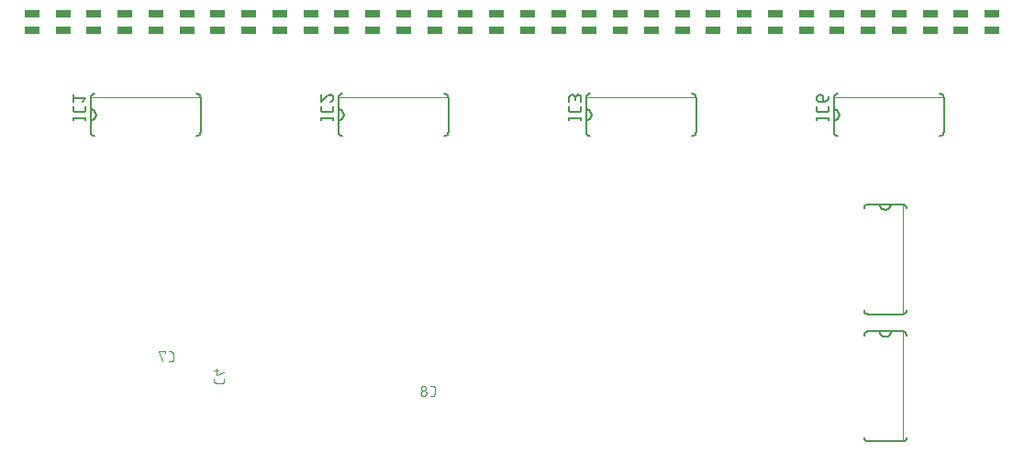
<source format=gbr>
G04 EAGLE Gerber RS-274X export*
G75*
%MOMM*%
%FSLAX34Y34*%
%LPD*%
%INSilkscreen Bottom*%
%IPPOS*%
%AMOC8*
5,1,8,0,0,1.08239X$1,22.5*%
G01*
%ADD10C,0.076200*%
%ADD11C,0.152400*%
%ADD12C,0.050800*%
%ADD13C,0.127000*%
%ADD14R,1.400000X0.650000*%


D10*
X193281Y99333D02*
X193281Y97244D01*
X193283Y97155D01*
X193289Y97067D01*
X193298Y96979D01*
X193311Y96891D01*
X193328Y96804D01*
X193348Y96718D01*
X193373Y96633D01*
X193400Y96548D01*
X193432Y96465D01*
X193466Y96384D01*
X193505Y96304D01*
X193546Y96226D01*
X193591Y96149D01*
X193639Y96075D01*
X193690Y96002D01*
X193744Y95932D01*
X193802Y95865D01*
X193862Y95799D01*
X193924Y95737D01*
X193990Y95677D01*
X194057Y95619D01*
X194127Y95565D01*
X194200Y95514D01*
X194274Y95466D01*
X194351Y95421D01*
X194429Y95380D01*
X194509Y95341D01*
X194590Y95307D01*
X194673Y95275D01*
X194758Y95248D01*
X194843Y95223D01*
X194929Y95203D01*
X195016Y95186D01*
X195104Y95173D01*
X195192Y95164D01*
X195280Y95158D01*
X195369Y95156D01*
X200591Y95156D01*
X200682Y95158D01*
X200773Y95164D01*
X200864Y95174D01*
X200954Y95188D01*
X201043Y95205D01*
X201131Y95227D01*
X201219Y95253D01*
X201305Y95282D01*
X201390Y95315D01*
X201473Y95352D01*
X201555Y95392D01*
X201635Y95436D01*
X201713Y95483D01*
X201789Y95534D01*
X201862Y95587D01*
X201933Y95644D01*
X202002Y95705D01*
X202067Y95768D01*
X202130Y95833D01*
X202190Y95902D01*
X202248Y95973D01*
X202301Y96046D01*
X202352Y96122D01*
X202399Y96200D01*
X202443Y96280D01*
X202483Y96362D01*
X202520Y96445D01*
X202553Y96530D01*
X202582Y96616D01*
X202608Y96704D01*
X202630Y96792D01*
X202647Y96881D01*
X202661Y96971D01*
X202671Y97062D01*
X202677Y97153D01*
X202679Y97244D01*
X202679Y99333D01*
X202679Y104890D02*
X195369Y102802D01*
X195369Y108023D01*
X193281Y106456D02*
X197458Y106456D01*
X153559Y114821D02*
X151471Y114821D01*
X153559Y114821D02*
X153648Y114823D01*
X153736Y114829D01*
X153824Y114838D01*
X153912Y114851D01*
X153999Y114868D01*
X154085Y114888D01*
X154170Y114913D01*
X154255Y114940D01*
X154338Y114972D01*
X154419Y115006D01*
X154499Y115045D01*
X154577Y115086D01*
X154654Y115131D01*
X154728Y115179D01*
X154801Y115230D01*
X154871Y115284D01*
X154938Y115342D01*
X155004Y115402D01*
X155066Y115464D01*
X155126Y115530D01*
X155184Y115597D01*
X155238Y115667D01*
X155289Y115740D01*
X155337Y115814D01*
X155382Y115891D01*
X155423Y115969D01*
X155462Y116049D01*
X155496Y116130D01*
X155528Y116213D01*
X155555Y116298D01*
X155580Y116383D01*
X155600Y116469D01*
X155617Y116556D01*
X155630Y116644D01*
X155639Y116732D01*
X155645Y116820D01*
X155647Y116909D01*
X155648Y116909D02*
X155648Y122131D01*
X155647Y122131D02*
X155645Y122220D01*
X155639Y122308D01*
X155630Y122396D01*
X155617Y122484D01*
X155600Y122571D01*
X155580Y122657D01*
X155555Y122742D01*
X155528Y122827D01*
X155496Y122910D01*
X155462Y122991D01*
X155423Y123071D01*
X155382Y123149D01*
X155337Y123226D01*
X155289Y123300D01*
X155238Y123373D01*
X155184Y123443D01*
X155126Y123510D01*
X155066Y123576D01*
X155004Y123638D01*
X154938Y123698D01*
X154871Y123756D01*
X154801Y123810D01*
X154728Y123861D01*
X154654Y123909D01*
X154577Y123954D01*
X154499Y123995D01*
X154419Y124034D01*
X154338Y124068D01*
X154255Y124100D01*
X154170Y124127D01*
X154085Y124152D01*
X153999Y124172D01*
X153912Y124189D01*
X153824Y124202D01*
X153736Y124211D01*
X153648Y124217D01*
X153559Y124219D01*
X151471Y124219D01*
X148002Y124219D02*
X148002Y123175D01*
X148002Y124219D02*
X142781Y124219D01*
X145392Y114821D01*
X392771Y83071D02*
X394859Y83071D01*
X394948Y83073D01*
X395036Y83079D01*
X395124Y83088D01*
X395212Y83101D01*
X395299Y83118D01*
X395385Y83138D01*
X395470Y83163D01*
X395555Y83190D01*
X395638Y83222D01*
X395719Y83256D01*
X395799Y83295D01*
X395877Y83336D01*
X395954Y83381D01*
X396028Y83429D01*
X396101Y83480D01*
X396171Y83534D01*
X396238Y83592D01*
X396304Y83652D01*
X396366Y83714D01*
X396426Y83780D01*
X396484Y83847D01*
X396538Y83917D01*
X396589Y83990D01*
X396637Y84064D01*
X396682Y84141D01*
X396723Y84219D01*
X396762Y84299D01*
X396796Y84380D01*
X396828Y84463D01*
X396855Y84548D01*
X396880Y84633D01*
X396900Y84719D01*
X396917Y84806D01*
X396930Y84894D01*
X396939Y84982D01*
X396945Y85070D01*
X396947Y85159D01*
X396948Y85159D02*
X396948Y90381D01*
X396947Y90381D02*
X396945Y90470D01*
X396939Y90558D01*
X396930Y90646D01*
X396917Y90734D01*
X396900Y90821D01*
X396880Y90907D01*
X396855Y90992D01*
X396828Y91077D01*
X396796Y91160D01*
X396762Y91241D01*
X396723Y91321D01*
X396682Y91399D01*
X396637Y91476D01*
X396589Y91550D01*
X396538Y91623D01*
X396484Y91693D01*
X396426Y91760D01*
X396366Y91826D01*
X396304Y91888D01*
X396238Y91948D01*
X396171Y92006D01*
X396101Y92060D01*
X396028Y92111D01*
X395954Y92159D01*
X395877Y92204D01*
X395799Y92245D01*
X395719Y92284D01*
X395638Y92318D01*
X395555Y92350D01*
X395470Y92377D01*
X395385Y92402D01*
X395299Y92422D01*
X395212Y92439D01*
X395124Y92452D01*
X395036Y92461D01*
X394948Y92467D01*
X394859Y92469D01*
X392771Y92469D01*
X389303Y85682D02*
X389301Y85783D01*
X389295Y85884D01*
X389285Y85985D01*
X389272Y86085D01*
X389254Y86185D01*
X389233Y86284D01*
X389207Y86382D01*
X389178Y86479D01*
X389146Y86575D01*
X389109Y86669D01*
X389069Y86762D01*
X389025Y86854D01*
X388978Y86943D01*
X388927Y87031D01*
X388873Y87117D01*
X388816Y87200D01*
X388756Y87282D01*
X388692Y87360D01*
X388626Y87437D01*
X388556Y87510D01*
X388484Y87581D01*
X388409Y87649D01*
X388331Y87714D01*
X388251Y87776D01*
X388169Y87835D01*
X388084Y87891D01*
X387998Y87943D01*
X387909Y87992D01*
X387818Y88038D01*
X387726Y88079D01*
X387632Y88118D01*
X387537Y88152D01*
X387441Y88183D01*
X387343Y88210D01*
X387245Y88234D01*
X387145Y88253D01*
X387045Y88269D01*
X386945Y88281D01*
X386844Y88289D01*
X386743Y88293D01*
X386641Y88293D01*
X386540Y88289D01*
X386439Y88281D01*
X386339Y88269D01*
X386239Y88253D01*
X386139Y88234D01*
X386041Y88210D01*
X385943Y88183D01*
X385847Y88152D01*
X385752Y88118D01*
X385658Y88079D01*
X385566Y88038D01*
X385475Y87992D01*
X385387Y87943D01*
X385300Y87891D01*
X385215Y87835D01*
X385133Y87776D01*
X385053Y87714D01*
X384975Y87649D01*
X384900Y87581D01*
X384828Y87510D01*
X384758Y87437D01*
X384692Y87360D01*
X384628Y87282D01*
X384568Y87200D01*
X384511Y87117D01*
X384457Y87031D01*
X384406Y86943D01*
X384359Y86854D01*
X384315Y86762D01*
X384275Y86669D01*
X384238Y86575D01*
X384206Y86479D01*
X384177Y86382D01*
X384151Y86284D01*
X384130Y86185D01*
X384112Y86085D01*
X384099Y85985D01*
X384089Y85884D01*
X384083Y85783D01*
X384081Y85682D01*
X384083Y85581D01*
X384089Y85480D01*
X384099Y85379D01*
X384112Y85279D01*
X384130Y85179D01*
X384151Y85080D01*
X384177Y84982D01*
X384206Y84885D01*
X384238Y84789D01*
X384275Y84695D01*
X384315Y84602D01*
X384359Y84510D01*
X384406Y84421D01*
X384457Y84333D01*
X384511Y84247D01*
X384568Y84164D01*
X384628Y84082D01*
X384692Y84004D01*
X384758Y83927D01*
X384828Y83854D01*
X384900Y83783D01*
X384975Y83715D01*
X385053Y83650D01*
X385133Y83588D01*
X385215Y83529D01*
X385300Y83473D01*
X385387Y83421D01*
X385475Y83372D01*
X385566Y83326D01*
X385658Y83285D01*
X385752Y83246D01*
X385847Y83212D01*
X385943Y83181D01*
X386041Y83154D01*
X386139Y83130D01*
X386239Y83111D01*
X386339Y83095D01*
X386439Y83083D01*
X386540Y83075D01*
X386641Y83071D01*
X386743Y83071D01*
X386844Y83075D01*
X386945Y83083D01*
X387045Y83095D01*
X387145Y83111D01*
X387245Y83130D01*
X387343Y83154D01*
X387441Y83181D01*
X387537Y83212D01*
X387632Y83246D01*
X387726Y83285D01*
X387818Y83326D01*
X387909Y83372D01*
X387997Y83421D01*
X388084Y83473D01*
X388169Y83529D01*
X388251Y83588D01*
X388331Y83650D01*
X388409Y83715D01*
X388484Y83783D01*
X388556Y83854D01*
X388626Y83927D01*
X388692Y84004D01*
X388756Y84082D01*
X388816Y84164D01*
X388873Y84247D01*
X388927Y84333D01*
X388978Y84421D01*
X389025Y84510D01*
X389069Y84602D01*
X389109Y84695D01*
X389146Y84789D01*
X389178Y84885D01*
X389207Y84982D01*
X389233Y85080D01*
X389254Y85179D01*
X389272Y85279D01*
X389285Y85379D01*
X389295Y85480D01*
X389301Y85581D01*
X389303Y85682D01*
X388780Y90381D02*
X388778Y90471D01*
X388772Y90560D01*
X388763Y90650D01*
X388749Y90739D01*
X388732Y90827D01*
X388711Y90914D01*
X388686Y91001D01*
X388657Y91086D01*
X388625Y91170D01*
X388590Y91252D01*
X388550Y91333D01*
X388508Y91412D01*
X388462Y91489D01*
X388412Y91564D01*
X388360Y91637D01*
X388304Y91708D01*
X388246Y91776D01*
X388184Y91841D01*
X388120Y91904D01*
X388053Y91964D01*
X387984Y92021D01*
X387912Y92075D01*
X387838Y92126D01*
X387762Y92174D01*
X387684Y92218D01*
X387604Y92259D01*
X387522Y92297D01*
X387439Y92331D01*
X387354Y92361D01*
X387268Y92388D01*
X387182Y92411D01*
X387094Y92430D01*
X387005Y92445D01*
X386916Y92457D01*
X386827Y92465D01*
X386737Y92469D01*
X386647Y92469D01*
X386557Y92465D01*
X386468Y92457D01*
X386379Y92445D01*
X386290Y92430D01*
X386202Y92411D01*
X386116Y92388D01*
X386030Y92361D01*
X385945Y92331D01*
X385862Y92297D01*
X385780Y92259D01*
X385700Y92218D01*
X385622Y92174D01*
X385546Y92126D01*
X385472Y92075D01*
X385400Y92021D01*
X385331Y91964D01*
X385264Y91904D01*
X385200Y91841D01*
X385138Y91776D01*
X385080Y91708D01*
X385024Y91637D01*
X384972Y91564D01*
X384922Y91489D01*
X384876Y91412D01*
X384834Y91333D01*
X384794Y91252D01*
X384759Y91170D01*
X384727Y91086D01*
X384698Y91001D01*
X384673Y90914D01*
X384652Y90827D01*
X384635Y90739D01*
X384621Y90650D01*
X384612Y90560D01*
X384606Y90471D01*
X384604Y90381D01*
X384606Y90291D01*
X384612Y90202D01*
X384621Y90112D01*
X384635Y90023D01*
X384652Y89935D01*
X384673Y89848D01*
X384698Y89761D01*
X384727Y89676D01*
X384759Y89592D01*
X384794Y89510D01*
X384834Y89429D01*
X384876Y89350D01*
X384922Y89273D01*
X384972Y89198D01*
X385024Y89125D01*
X385080Y89054D01*
X385138Y88986D01*
X385200Y88921D01*
X385264Y88858D01*
X385331Y88798D01*
X385400Y88741D01*
X385472Y88687D01*
X385546Y88636D01*
X385622Y88588D01*
X385700Y88544D01*
X385780Y88503D01*
X385862Y88465D01*
X385945Y88431D01*
X386030Y88401D01*
X386116Y88374D01*
X386202Y88351D01*
X386290Y88332D01*
X386379Y88317D01*
X386468Y88305D01*
X386557Y88297D01*
X386647Y88293D01*
X386737Y88293D01*
X386827Y88297D01*
X386916Y88305D01*
X387005Y88317D01*
X387094Y88332D01*
X387182Y88351D01*
X387268Y88374D01*
X387354Y88401D01*
X387439Y88431D01*
X387522Y88465D01*
X387604Y88503D01*
X387684Y88544D01*
X387762Y88588D01*
X387838Y88636D01*
X387912Y88687D01*
X387984Y88741D01*
X388053Y88798D01*
X388120Y88858D01*
X388184Y88921D01*
X388246Y88986D01*
X388304Y89054D01*
X388360Y89125D01*
X388412Y89198D01*
X388462Y89273D01*
X388508Y89350D01*
X388550Y89429D01*
X388590Y89510D01*
X388625Y89592D01*
X388657Y89676D01*
X388686Y89761D01*
X388711Y89848D01*
X388732Y89935D01*
X388749Y90023D01*
X388763Y90112D01*
X388772Y90202D01*
X388778Y90291D01*
X388780Y90381D01*
D11*
X180975Y358648D02*
X180973Y358770D01*
X180967Y358892D01*
X180957Y359014D01*
X180944Y359135D01*
X180926Y359256D01*
X180905Y359376D01*
X180879Y359496D01*
X180850Y359614D01*
X180818Y359732D01*
X180781Y359849D01*
X180741Y359964D01*
X180697Y360078D01*
X180649Y360190D01*
X180598Y360301D01*
X180543Y360410D01*
X180485Y360518D01*
X180423Y360623D01*
X180358Y360726D01*
X180290Y360828D01*
X180218Y360927D01*
X180144Y361023D01*
X180066Y361118D01*
X179985Y361209D01*
X179902Y361299D01*
X179816Y361385D01*
X179726Y361468D01*
X179635Y361549D01*
X179540Y361627D01*
X179444Y361701D01*
X179345Y361773D01*
X179243Y361841D01*
X179140Y361906D01*
X179035Y361968D01*
X178927Y362026D01*
X178818Y362081D01*
X178707Y362132D01*
X178595Y362180D01*
X178481Y362224D01*
X178366Y362264D01*
X178249Y362301D01*
X178131Y362333D01*
X178013Y362362D01*
X177893Y362388D01*
X177773Y362409D01*
X177652Y362427D01*
X177531Y362440D01*
X177409Y362450D01*
X177287Y362456D01*
X177165Y362458D01*
X83185Y323342D02*
X83063Y323344D01*
X82941Y323350D01*
X82819Y323360D01*
X82698Y323373D01*
X82577Y323391D01*
X82457Y323412D01*
X82337Y323438D01*
X82219Y323467D01*
X82101Y323499D01*
X81984Y323536D01*
X81869Y323576D01*
X81755Y323620D01*
X81643Y323668D01*
X81532Y323719D01*
X81423Y323774D01*
X81315Y323832D01*
X81210Y323894D01*
X81107Y323959D01*
X81005Y324027D01*
X80906Y324099D01*
X80810Y324173D01*
X80715Y324251D01*
X80624Y324332D01*
X80534Y324415D01*
X80448Y324501D01*
X80365Y324591D01*
X80284Y324682D01*
X80206Y324777D01*
X80132Y324873D01*
X80060Y324972D01*
X79992Y325074D01*
X79927Y325177D01*
X79865Y325282D01*
X79807Y325390D01*
X79752Y325499D01*
X79701Y325610D01*
X79653Y325722D01*
X79609Y325836D01*
X79569Y325951D01*
X79532Y326068D01*
X79500Y326186D01*
X79471Y326304D01*
X79445Y326424D01*
X79424Y326544D01*
X79406Y326665D01*
X79393Y326786D01*
X79383Y326908D01*
X79377Y327030D01*
X79375Y327152D01*
X177165Y323342D02*
X177287Y323344D01*
X177409Y323350D01*
X177531Y323360D01*
X177652Y323373D01*
X177773Y323391D01*
X177893Y323412D01*
X178013Y323438D01*
X178131Y323467D01*
X178249Y323499D01*
X178366Y323536D01*
X178481Y323576D01*
X178595Y323620D01*
X178707Y323668D01*
X178818Y323719D01*
X178927Y323774D01*
X179035Y323832D01*
X179140Y323894D01*
X179243Y323959D01*
X179345Y324027D01*
X179444Y324099D01*
X179540Y324173D01*
X179635Y324251D01*
X179726Y324332D01*
X179816Y324415D01*
X179902Y324501D01*
X179985Y324591D01*
X180066Y324682D01*
X180144Y324777D01*
X180218Y324873D01*
X180290Y324972D01*
X180358Y325074D01*
X180423Y325177D01*
X180485Y325282D01*
X180543Y325390D01*
X180598Y325499D01*
X180649Y325610D01*
X180697Y325722D01*
X180741Y325836D01*
X180781Y325951D01*
X180818Y326068D01*
X180850Y326186D01*
X180879Y326304D01*
X180905Y326424D01*
X180926Y326544D01*
X180944Y326665D01*
X180957Y326786D01*
X180967Y326908D01*
X180973Y327030D01*
X180975Y327152D01*
X83185Y362458D02*
X83063Y362456D01*
X82941Y362450D01*
X82819Y362440D01*
X82698Y362427D01*
X82577Y362409D01*
X82457Y362388D01*
X82337Y362362D01*
X82219Y362333D01*
X82101Y362301D01*
X81984Y362264D01*
X81869Y362224D01*
X81755Y362180D01*
X81643Y362132D01*
X81532Y362081D01*
X81423Y362026D01*
X81315Y361968D01*
X81210Y361906D01*
X81107Y361841D01*
X81005Y361773D01*
X80906Y361701D01*
X80810Y361627D01*
X80715Y361549D01*
X80624Y361468D01*
X80534Y361385D01*
X80448Y361299D01*
X80365Y361209D01*
X80284Y361118D01*
X80206Y361023D01*
X80132Y360927D01*
X80060Y360828D01*
X79992Y360726D01*
X79927Y360623D01*
X79865Y360518D01*
X79807Y360410D01*
X79752Y360301D01*
X79701Y360190D01*
X79653Y360078D01*
X79609Y359964D01*
X79569Y359849D01*
X79532Y359732D01*
X79500Y359614D01*
X79471Y359496D01*
X79445Y359376D01*
X79424Y359256D01*
X79406Y359135D01*
X79393Y359014D01*
X79383Y358892D01*
X79377Y358770D01*
X79375Y358648D01*
X180975Y358648D02*
X180975Y327152D01*
X79375Y327152D02*
X79375Y337820D01*
X79375Y347980D01*
X79375Y358648D01*
X79375Y347980D02*
X79516Y347978D01*
X79657Y347972D01*
X79798Y347962D01*
X79939Y347949D01*
X80079Y347931D01*
X80218Y347909D01*
X80357Y347884D01*
X80496Y347855D01*
X80633Y347822D01*
X80769Y347785D01*
X80904Y347744D01*
X81039Y347700D01*
X81171Y347652D01*
X81303Y347600D01*
X81433Y347545D01*
X81561Y347486D01*
X81688Y347423D01*
X81812Y347357D01*
X81935Y347288D01*
X82056Y347215D01*
X82175Y347139D01*
X82292Y347059D01*
X82406Y346976D01*
X82519Y346891D01*
X82628Y346802D01*
X82736Y346710D01*
X82840Y346615D01*
X82942Y346517D01*
X83041Y346416D01*
X83138Y346313D01*
X83231Y346207D01*
X83321Y346099D01*
X83409Y345988D01*
X83493Y345875D01*
X83574Y345759D01*
X83652Y345641D01*
X83727Y345521D01*
X83798Y345399D01*
X83866Y345275D01*
X83930Y345149D01*
X83991Y345022D01*
X84048Y344893D01*
X84101Y344762D01*
X84151Y344630D01*
X84198Y344497D01*
X84240Y344362D01*
X84279Y344226D01*
X84314Y344089D01*
X84345Y343952D01*
X84372Y343813D01*
X84396Y343674D01*
X84415Y343534D01*
X84431Y343394D01*
X84443Y343253D01*
X84451Y343112D01*
X84455Y342971D01*
X84455Y342829D01*
X84451Y342688D01*
X84443Y342547D01*
X84431Y342406D01*
X84415Y342266D01*
X84396Y342126D01*
X84372Y341987D01*
X84345Y341848D01*
X84314Y341711D01*
X84279Y341574D01*
X84240Y341438D01*
X84198Y341303D01*
X84151Y341170D01*
X84101Y341038D01*
X84048Y340907D01*
X83991Y340778D01*
X83930Y340651D01*
X83866Y340525D01*
X83798Y340401D01*
X83727Y340279D01*
X83652Y340159D01*
X83574Y340041D01*
X83493Y339925D01*
X83409Y339812D01*
X83321Y339701D01*
X83231Y339593D01*
X83138Y339487D01*
X83041Y339384D01*
X82942Y339283D01*
X82840Y339185D01*
X82736Y339090D01*
X82628Y338998D01*
X82519Y338909D01*
X82406Y338824D01*
X82292Y338741D01*
X82175Y338661D01*
X82056Y338585D01*
X81935Y338512D01*
X81812Y338443D01*
X81688Y338377D01*
X81561Y338314D01*
X81433Y338255D01*
X81303Y338200D01*
X81171Y338148D01*
X81039Y338100D01*
X80904Y338056D01*
X80769Y338015D01*
X80633Y337978D01*
X80496Y337945D01*
X80357Y337916D01*
X80218Y337891D01*
X80079Y337869D01*
X79939Y337851D01*
X79798Y337838D01*
X79657Y337828D01*
X79516Y337822D01*
X79375Y337820D01*
D12*
X79375Y358902D02*
X180975Y358902D01*
D13*
X74930Y339471D02*
X63500Y339471D01*
X63500Y338201D02*
X63500Y340741D01*
X74930Y340741D02*
X74930Y338201D01*
X63500Y347943D02*
X63500Y350483D01*
X63500Y347943D02*
X63502Y347843D01*
X63508Y347744D01*
X63518Y347644D01*
X63531Y347546D01*
X63549Y347447D01*
X63570Y347350D01*
X63595Y347254D01*
X63624Y347158D01*
X63657Y347064D01*
X63693Y346971D01*
X63733Y346880D01*
X63777Y346790D01*
X63824Y346702D01*
X63874Y346616D01*
X63928Y346532D01*
X63985Y346450D01*
X64045Y346371D01*
X64109Y346293D01*
X64175Y346219D01*
X64244Y346147D01*
X64316Y346078D01*
X64390Y346012D01*
X64468Y345948D01*
X64547Y345888D01*
X64629Y345831D01*
X64713Y345777D01*
X64799Y345727D01*
X64887Y345680D01*
X64977Y345636D01*
X65068Y345596D01*
X65161Y345560D01*
X65255Y345527D01*
X65351Y345498D01*
X65447Y345473D01*
X65544Y345452D01*
X65643Y345434D01*
X65741Y345421D01*
X65841Y345411D01*
X65940Y345405D01*
X66040Y345403D01*
X72390Y345403D01*
X72490Y345405D01*
X72589Y345411D01*
X72689Y345421D01*
X72787Y345434D01*
X72886Y345452D01*
X72983Y345473D01*
X73079Y345498D01*
X73175Y345527D01*
X73269Y345560D01*
X73362Y345596D01*
X73453Y345636D01*
X73543Y345680D01*
X73631Y345727D01*
X73717Y345777D01*
X73801Y345831D01*
X73883Y345888D01*
X73962Y345948D01*
X74040Y346012D01*
X74114Y346078D01*
X74186Y346147D01*
X74255Y346219D01*
X74321Y346293D01*
X74385Y346371D01*
X74445Y346450D01*
X74502Y346532D01*
X74556Y346616D01*
X74606Y346702D01*
X74653Y346790D01*
X74697Y346880D01*
X74737Y346971D01*
X74773Y347064D01*
X74806Y347158D01*
X74835Y347254D01*
X74860Y347350D01*
X74881Y347447D01*
X74899Y347546D01*
X74912Y347644D01*
X74922Y347744D01*
X74928Y347843D01*
X74930Y347943D01*
X74930Y350483D01*
X72390Y354965D02*
X74930Y358140D01*
X63500Y358140D01*
X63500Y354965D02*
X63500Y361315D01*
D11*
X405765Y362458D02*
X405887Y362456D01*
X406009Y362450D01*
X406131Y362440D01*
X406252Y362427D01*
X406373Y362409D01*
X406493Y362388D01*
X406613Y362362D01*
X406731Y362333D01*
X406849Y362301D01*
X406966Y362264D01*
X407081Y362224D01*
X407195Y362180D01*
X407307Y362132D01*
X407418Y362081D01*
X407527Y362026D01*
X407635Y361968D01*
X407740Y361906D01*
X407843Y361841D01*
X407945Y361773D01*
X408044Y361701D01*
X408140Y361627D01*
X408235Y361549D01*
X408326Y361468D01*
X408416Y361385D01*
X408502Y361299D01*
X408585Y361209D01*
X408666Y361118D01*
X408744Y361023D01*
X408818Y360927D01*
X408890Y360828D01*
X408958Y360726D01*
X409023Y360623D01*
X409085Y360518D01*
X409143Y360410D01*
X409198Y360301D01*
X409249Y360190D01*
X409297Y360078D01*
X409341Y359964D01*
X409381Y359849D01*
X409418Y359732D01*
X409450Y359614D01*
X409479Y359496D01*
X409505Y359376D01*
X409526Y359256D01*
X409544Y359135D01*
X409557Y359014D01*
X409567Y358892D01*
X409573Y358770D01*
X409575Y358648D01*
X311785Y323342D02*
X311663Y323344D01*
X311541Y323350D01*
X311419Y323360D01*
X311298Y323373D01*
X311177Y323391D01*
X311057Y323412D01*
X310937Y323438D01*
X310819Y323467D01*
X310701Y323499D01*
X310584Y323536D01*
X310469Y323576D01*
X310355Y323620D01*
X310243Y323668D01*
X310132Y323719D01*
X310023Y323774D01*
X309915Y323832D01*
X309810Y323894D01*
X309707Y323959D01*
X309605Y324027D01*
X309506Y324099D01*
X309410Y324173D01*
X309315Y324251D01*
X309224Y324332D01*
X309134Y324415D01*
X309048Y324501D01*
X308965Y324591D01*
X308884Y324682D01*
X308806Y324777D01*
X308732Y324873D01*
X308660Y324972D01*
X308592Y325074D01*
X308527Y325177D01*
X308465Y325282D01*
X308407Y325390D01*
X308352Y325499D01*
X308301Y325610D01*
X308253Y325722D01*
X308209Y325836D01*
X308169Y325951D01*
X308132Y326068D01*
X308100Y326186D01*
X308071Y326304D01*
X308045Y326424D01*
X308024Y326544D01*
X308006Y326665D01*
X307993Y326786D01*
X307983Y326908D01*
X307977Y327030D01*
X307975Y327152D01*
X405765Y323342D02*
X405887Y323344D01*
X406009Y323350D01*
X406131Y323360D01*
X406252Y323373D01*
X406373Y323391D01*
X406493Y323412D01*
X406613Y323438D01*
X406731Y323467D01*
X406849Y323499D01*
X406966Y323536D01*
X407081Y323576D01*
X407195Y323620D01*
X407307Y323668D01*
X407418Y323719D01*
X407527Y323774D01*
X407635Y323832D01*
X407740Y323894D01*
X407843Y323959D01*
X407945Y324027D01*
X408044Y324099D01*
X408140Y324173D01*
X408235Y324251D01*
X408326Y324332D01*
X408416Y324415D01*
X408502Y324501D01*
X408585Y324591D01*
X408666Y324682D01*
X408744Y324777D01*
X408818Y324873D01*
X408890Y324972D01*
X408958Y325074D01*
X409023Y325177D01*
X409085Y325282D01*
X409143Y325390D01*
X409198Y325499D01*
X409249Y325610D01*
X409297Y325722D01*
X409341Y325836D01*
X409381Y325951D01*
X409418Y326068D01*
X409450Y326186D01*
X409479Y326304D01*
X409505Y326424D01*
X409526Y326544D01*
X409544Y326665D01*
X409557Y326786D01*
X409567Y326908D01*
X409573Y327030D01*
X409575Y327152D01*
X311785Y362458D02*
X311663Y362456D01*
X311541Y362450D01*
X311419Y362440D01*
X311298Y362427D01*
X311177Y362409D01*
X311057Y362388D01*
X310937Y362362D01*
X310819Y362333D01*
X310701Y362301D01*
X310584Y362264D01*
X310469Y362224D01*
X310355Y362180D01*
X310243Y362132D01*
X310132Y362081D01*
X310023Y362026D01*
X309915Y361968D01*
X309810Y361906D01*
X309707Y361841D01*
X309605Y361773D01*
X309506Y361701D01*
X309410Y361627D01*
X309315Y361549D01*
X309224Y361468D01*
X309134Y361385D01*
X309048Y361299D01*
X308965Y361209D01*
X308884Y361118D01*
X308806Y361023D01*
X308732Y360927D01*
X308660Y360828D01*
X308592Y360726D01*
X308527Y360623D01*
X308465Y360518D01*
X308407Y360410D01*
X308352Y360301D01*
X308301Y360190D01*
X308253Y360078D01*
X308209Y359964D01*
X308169Y359849D01*
X308132Y359732D01*
X308100Y359614D01*
X308071Y359496D01*
X308045Y359376D01*
X308024Y359256D01*
X308006Y359135D01*
X307993Y359014D01*
X307983Y358892D01*
X307977Y358770D01*
X307975Y358648D01*
X409575Y358648D02*
X409575Y327152D01*
X307975Y327152D02*
X307975Y337820D01*
X307975Y347980D01*
X307975Y358648D01*
X307975Y347980D02*
X308116Y347978D01*
X308257Y347972D01*
X308398Y347962D01*
X308539Y347949D01*
X308679Y347931D01*
X308818Y347909D01*
X308957Y347884D01*
X309096Y347855D01*
X309233Y347822D01*
X309369Y347785D01*
X309504Y347744D01*
X309639Y347700D01*
X309771Y347652D01*
X309903Y347600D01*
X310033Y347545D01*
X310161Y347486D01*
X310288Y347423D01*
X310412Y347357D01*
X310535Y347288D01*
X310656Y347215D01*
X310775Y347139D01*
X310892Y347059D01*
X311006Y346976D01*
X311119Y346891D01*
X311228Y346802D01*
X311336Y346710D01*
X311440Y346615D01*
X311542Y346517D01*
X311641Y346416D01*
X311738Y346313D01*
X311831Y346207D01*
X311921Y346099D01*
X312009Y345988D01*
X312093Y345875D01*
X312174Y345759D01*
X312252Y345641D01*
X312327Y345521D01*
X312398Y345399D01*
X312466Y345275D01*
X312530Y345149D01*
X312591Y345022D01*
X312648Y344893D01*
X312701Y344762D01*
X312751Y344630D01*
X312798Y344497D01*
X312840Y344362D01*
X312879Y344226D01*
X312914Y344089D01*
X312945Y343952D01*
X312972Y343813D01*
X312996Y343674D01*
X313015Y343534D01*
X313031Y343394D01*
X313043Y343253D01*
X313051Y343112D01*
X313055Y342971D01*
X313055Y342829D01*
X313051Y342688D01*
X313043Y342547D01*
X313031Y342406D01*
X313015Y342266D01*
X312996Y342126D01*
X312972Y341987D01*
X312945Y341848D01*
X312914Y341711D01*
X312879Y341574D01*
X312840Y341438D01*
X312798Y341303D01*
X312751Y341170D01*
X312701Y341038D01*
X312648Y340907D01*
X312591Y340778D01*
X312530Y340651D01*
X312466Y340525D01*
X312398Y340401D01*
X312327Y340279D01*
X312252Y340159D01*
X312174Y340041D01*
X312093Y339925D01*
X312009Y339812D01*
X311921Y339701D01*
X311831Y339593D01*
X311738Y339487D01*
X311641Y339384D01*
X311542Y339283D01*
X311440Y339185D01*
X311336Y339090D01*
X311228Y338998D01*
X311119Y338909D01*
X311006Y338824D01*
X310892Y338741D01*
X310775Y338661D01*
X310656Y338585D01*
X310535Y338512D01*
X310412Y338443D01*
X310288Y338377D01*
X310161Y338314D01*
X310033Y338255D01*
X309903Y338200D01*
X309771Y338148D01*
X309639Y338100D01*
X309504Y338056D01*
X309369Y338015D01*
X309233Y337978D01*
X309096Y337945D01*
X308957Y337916D01*
X308818Y337891D01*
X308679Y337869D01*
X308539Y337851D01*
X308398Y337838D01*
X308257Y337828D01*
X308116Y337822D01*
X307975Y337820D01*
D12*
X307975Y358902D02*
X409575Y358902D01*
D13*
X303530Y339471D02*
X292100Y339471D01*
X292100Y338201D02*
X292100Y340741D01*
X303530Y340741D02*
X303530Y338201D01*
X292100Y347943D02*
X292100Y350483D01*
X292100Y347943D02*
X292102Y347843D01*
X292108Y347744D01*
X292118Y347644D01*
X292131Y347546D01*
X292149Y347447D01*
X292170Y347350D01*
X292195Y347254D01*
X292224Y347158D01*
X292257Y347064D01*
X292293Y346971D01*
X292333Y346880D01*
X292377Y346790D01*
X292424Y346702D01*
X292474Y346616D01*
X292528Y346532D01*
X292585Y346450D01*
X292645Y346371D01*
X292709Y346293D01*
X292775Y346219D01*
X292844Y346147D01*
X292916Y346078D01*
X292990Y346012D01*
X293068Y345948D01*
X293147Y345888D01*
X293229Y345831D01*
X293313Y345777D01*
X293399Y345727D01*
X293487Y345680D01*
X293577Y345636D01*
X293668Y345596D01*
X293761Y345560D01*
X293855Y345527D01*
X293951Y345498D01*
X294047Y345473D01*
X294144Y345452D01*
X294243Y345434D01*
X294341Y345421D01*
X294441Y345411D01*
X294540Y345405D01*
X294640Y345403D01*
X300990Y345403D01*
X301090Y345405D01*
X301189Y345411D01*
X301289Y345421D01*
X301387Y345434D01*
X301486Y345452D01*
X301583Y345473D01*
X301679Y345498D01*
X301775Y345527D01*
X301869Y345560D01*
X301962Y345596D01*
X302053Y345636D01*
X302143Y345680D01*
X302231Y345727D01*
X302317Y345777D01*
X302401Y345831D01*
X302483Y345888D01*
X302562Y345948D01*
X302640Y346012D01*
X302714Y346078D01*
X302786Y346147D01*
X302855Y346219D01*
X302921Y346293D01*
X302985Y346371D01*
X303045Y346450D01*
X303102Y346532D01*
X303156Y346616D01*
X303206Y346702D01*
X303253Y346790D01*
X303297Y346880D01*
X303337Y346971D01*
X303373Y347064D01*
X303406Y347158D01*
X303435Y347254D01*
X303460Y347350D01*
X303481Y347447D01*
X303499Y347546D01*
X303512Y347644D01*
X303522Y347744D01*
X303528Y347843D01*
X303530Y347943D01*
X303530Y350483D01*
X303531Y358458D02*
X303529Y358562D01*
X303523Y358667D01*
X303514Y358771D01*
X303501Y358874D01*
X303483Y358977D01*
X303463Y359079D01*
X303438Y359181D01*
X303410Y359281D01*
X303378Y359381D01*
X303342Y359479D01*
X303303Y359576D01*
X303261Y359671D01*
X303215Y359765D01*
X303165Y359857D01*
X303113Y359947D01*
X303057Y360035D01*
X302997Y360121D01*
X302935Y360205D01*
X302870Y360286D01*
X302802Y360365D01*
X302730Y360442D01*
X302657Y360515D01*
X302580Y360587D01*
X302501Y360655D01*
X302420Y360720D01*
X302336Y360782D01*
X302250Y360842D01*
X302162Y360898D01*
X302072Y360950D01*
X301980Y361000D01*
X301886Y361046D01*
X301791Y361088D01*
X301694Y361127D01*
X301596Y361163D01*
X301496Y361195D01*
X301396Y361223D01*
X301294Y361248D01*
X301192Y361268D01*
X301089Y361286D01*
X300986Y361299D01*
X300882Y361308D01*
X300777Y361314D01*
X300673Y361316D01*
X303530Y358458D02*
X303528Y358340D01*
X303522Y358221D01*
X303513Y358103D01*
X303500Y357986D01*
X303482Y357869D01*
X303462Y357752D01*
X303437Y357636D01*
X303409Y357521D01*
X303376Y357408D01*
X303341Y357295D01*
X303301Y357183D01*
X303259Y357073D01*
X303212Y356964D01*
X303162Y356856D01*
X303109Y356751D01*
X303052Y356647D01*
X302992Y356545D01*
X302929Y356445D01*
X302862Y356347D01*
X302793Y356251D01*
X302720Y356158D01*
X302644Y356067D01*
X302566Y355978D01*
X302484Y355892D01*
X302400Y355809D01*
X302314Y355728D01*
X302224Y355651D01*
X302133Y355576D01*
X302039Y355504D01*
X301942Y355435D01*
X301844Y355370D01*
X301743Y355307D01*
X301640Y355248D01*
X301536Y355192D01*
X301430Y355140D01*
X301322Y355091D01*
X301213Y355046D01*
X301102Y355004D01*
X300990Y354966D01*
X298451Y360363D02*
X298526Y360439D01*
X298605Y360514D01*
X298686Y360585D01*
X298770Y360654D01*
X298856Y360719D01*
X298944Y360781D01*
X299034Y360841D01*
X299126Y360897D01*
X299221Y360950D01*
X299317Y360999D01*
X299415Y361045D01*
X299514Y361088D01*
X299615Y361127D01*
X299717Y361162D01*
X299820Y361194D01*
X299924Y361222D01*
X300029Y361247D01*
X300136Y361268D01*
X300242Y361285D01*
X300349Y361298D01*
X300457Y361307D01*
X300565Y361313D01*
X300673Y361315D01*
X298450Y360363D02*
X292100Y354965D01*
X292100Y361315D01*
D11*
X634365Y362458D02*
X634487Y362456D01*
X634609Y362450D01*
X634731Y362440D01*
X634852Y362427D01*
X634973Y362409D01*
X635093Y362388D01*
X635213Y362362D01*
X635331Y362333D01*
X635449Y362301D01*
X635566Y362264D01*
X635681Y362224D01*
X635795Y362180D01*
X635907Y362132D01*
X636018Y362081D01*
X636127Y362026D01*
X636235Y361968D01*
X636340Y361906D01*
X636443Y361841D01*
X636545Y361773D01*
X636644Y361701D01*
X636740Y361627D01*
X636835Y361549D01*
X636926Y361468D01*
X637016Y361385D01*
X637102Y361299D01*
X637185Y361209D01*
X637266Y361118D01*
X637344Y361023D01*
X637418Y360927D01*
X637490Y360828D01*
X637558Y360726D01*
X637623Y360623D01*
X637685Y360518D01*
X637743Y360410D01*
X637798Y360301D01*
X637849Y360190D01*
X637897Y360078D01*
X637941Y359964D01*
X637981Y359849D01*
X638018Y359732D01*
X638050Y359614D01*
X638079Y359496D01*
X638105Y359376D01*
X638126Y359256D01*
X638144Y359135D01*
X638157Y359014D01*
X638167Y358892D01*
X638173Y358770D01*
X638175Y358648D01*
X540385Y323342D02*
X540263Y323344D01*
X540141Y323350D01*
X540019Y323360D01*
X539898Y323373D01*
X539777Y323391D01*
X539657Y323412D01*
X539537Y323438D01*
X539419Y323467D01*
X539301Y323499D01*
X539184Y323536D01*
X539069Y323576D01*
X538955Y323620D01*
X538843Y323668D01*
X538732Y323719D01*
X538623Y323774D01*
X538515Y323832D01*
X538410Y323894D01*
X538307Y323959D01*
X538205Y324027D01*
X538106Y324099D01*
X538010Y324173D01*
X537915Y324251D01*
X537824Y324332D01*
X537734Y324415D01*
X537648Y324501D01*
X537565Y324591D01*
X537484Y324682D01*
X537406Y324777D01*
X537332Y324873D01*
X537260Y324972D01*
X537192Y325074D01*
X537127Y325177D01*
X537065Y325282D01*
X537007Y325390D01*
X536952Y325499D01*
X536901Y325610D01*
X536853Y325722D01*
X536809Y325836D01*
X536769Y325951D01*
X536732Y326068D01*
X536700Y326186D01*
X536671Y326304D01*
X536645Y326424D01*
X536624Y326544D01*
X536606Y326665D01*
X536593Y326786D01*
X536583Y326908D01*
X536577Y327030D01*
X536575Y327152D01*
X634365Y323342D02*
X634487Y323344D01*
X634609Y323350D01*
X634731Y323360D01*
X634852Y323373D01*
X634973Y323391D01*
X635093Y323412D01*
X635213Y323438D01*
X635331Y323467D01*
X635449Y323499D01*
X635566Y323536D01*
X635681Y323576D01*
X635795Y323620D01*
X635907Y323668D01*
X636018Y323719D01*
X636127Y323774D01*
X636235Y323832D01*
X636340Y323894D01*
X636443Y323959D01*
X636545Y324027D01*
X636644Y324099D01*
X636740Y324173D01*
X636835Y324251D01*
X636926Y324332D01*
X637016Y324415D01*
X637102Y324501D01*
X637185Y324591D01*
X637266Y324682D01*
X637344Y324777D01*
X637418Y324873D01*
X637490Y324972D01*
X637558Y325074D01*
X637623Y325177D01*
X637685Y325282D01*
X637743Y325390D01*
X637798Y325499D01*
X637849Y325610D01*
X637897Y325722D01*
X637941Y325836D01*
X637981Y325951D01*
X638018Y326068D01*
X638050Y326186D01*
X638079Y326304D01*
X638105Y326424D01*
X638126Y326544D01*
X638144Y326665D01*
X638157Y326786D01*
X638167Y326908D01*
X638173Y327030D01*
X638175Y327152D01*
X540385Y362458D02*
X540263Y362456D01*
X540141Y362450D01*
X540019Y362440D01*
X539898Y362427D01*
X539777Y362409D01*
X539657Y362388D01*
X539537Y362362D01*
X539419Y362333D01*
X539301Y362301D01*
X539184Y362264D01*
X539069Y362224D01*
X538955Y362180D01*
X538843Y362132D01*
X538732Y362081D01*
X538623Y362026D01*
X538515Y361968D01*
X538410Y361906D01*
X538307Y361841D01*
X538205Y361773D01*
X538106Y361701D01*
X538010Y361627D01*
X537915Y361549D01*
X537824Y361468D01*
X537734Y361385D01*
X537648Y361299D01*
X537565Y361209D01*
X537484Y361118D01*
X537406Y361023D01*
X537332Y360927D01*
X537260Y360828D01*
X537192Y360726D01*
X537127Y360623D01*
X537065Y360518D01*
X537007Y360410D01*
X536952Y360301D01*
X536901Y360190D01*
X536853Y360078D01*
X536809Y359964D01*
X536769Y359849D01*
X536732Y359732D01*
X536700Y359614D01*
X536671Y359496D01*
X536645Y359376D01*
X536624Y359256D01*
X536606Y359135D01*
X536593Y359014D01*
X536583Y358892D01*
X536577Y358770D01*
X536575Y358648D01*
X638175Y358648D02*
X638175Y327152D01*
X536575Y327152D02*
X536575Y337820D01*
X536575Y347980D01*
X536575Y358648D01*
X536575Y347980D02*
X536716Y347978D01*
X536857Y347972D01*
X536998Y347962D01*
X537139Y347949D01*
X537279Y347931D01*
X537418Y347909D01*
X537557Y347884D01*
X537696Y347855D01*
X537833Y347822D01*
X537969Y347785D01*
X538104Y347744D01*
X538239Y347700D01*
X538371Y347652D01*
X538503Y347600D01*
X538633Y347545D01*
X538761Y347486D01*
X538888Y347423D01*
X539012Y347357D01*
X539135Y347288D01*
X539256Y347215D01*
X539375Y347139D01*
X539492Y347059D01*
X539606Y346976D01*
X539719Y346891D01*
X539828Y346802D01*
X539936Y346710D01*
X540040Y346615D01*
X540142Y346517D01*
X540241Y346416D01*
X540338Y346313D01*
X540431Y346207D01*
X540521Y346099D01*
X540609Y345988D01*
X540693Y345875D01*
X540774Y345759D01*
X540852Y345641D01*
X540927Y345521D01*
X540998Y345399D01*
X541066Y345275D01*
X541130Y345149D01*
X541191Y345022D01*
X541248Y344893D01*
X541301Y344762D01*
X541351Y344630D01*
X541398Y344497D01*
X541440Y344362D01*
X541479Y344226D01*
X541514Y344089D01*
X541545Y343952D01*
X541572Y343813D01*
X541596Y343674D01*
X541615Y343534D01*
X541631Y343394D01*
X541643Y343253D01*
X541651Y343112D01*
X541655Y342971D01*
X541655Y342829D01*
X541651Y342688D01*
X541643Y342547D01*
X541631Y342406D01*
X541615Y342266D01*
X541596Y342126D01*
X541572Y341987D01*
X541545Y341848D01*
X541514Y341711D01*
X541479Y341574D01*
X541440Y341438D01*
X541398Y341303D01*
X541351Y341170D01*
X541301Y341038D01*
X541248Y340907D01*
X541191Y340778D01*
X541130Y340651D01*
X541066Y340525D01*
X540998Y340401D01*
X540927Y340279D01*
X540852Y340159D01*
X540774Y340041D01*
X540693Y339925D01*
X540609Y339812D01*
X540521Y339701D01*
X540431Y339593D01*
X540338Y339487D01*
X540241Y339384D01*
X540142Y339283D01*
X540040Y339185D01*
X539936Y339090D01*
X539828Y338998D01*
X539719Y338909D01*
X539606Y338824D01*
X539492Y338741D01*
X539375Y338661D01*
X539256Y338585D01*
X539135Y338512D01*
X539012Y338443D01*
X538888Y338377D01*
X538761Y338314D01*
X538633Y338255D01*
X538503Y338200D01*
X538371Y338148D01*
X538239Y338100D01*
X538104Y338056D01*
X537969Y338015D01*
X537833Y337978D01*
X537696Y337945D01*
X537557Y337916D01*
X537418Y337891D01*
X537279Y337869D01*
X537139Y337851D01*
X536998Y337838D01*
X536857Y337828D01*
X536716Y337822D01*
X536575Y337820D01*
D12*
X536575Y358902D02*
X638175Y358902D01*
D13*
X532130Y339471D02*
X520700Y339471D01*
X520700Y338201D02*
X520700Y340741D01*
X532130Y340741D02*
X532130Y338201D01*
X520700Y347943D02*
X520700Y350483D01*
X520700Y347943D02*
X520702Y347843D01*
X520708Y347744D01*
X520718Y347644D01*
X520731Y347546D01*
X520749Y347447D01*
X520770Y347350D01*
X520795Y347254D01*
X520824Y347158D01*
X520857Y347064D01*
X520893Y346971D01*
X520933Y346880D01*
X520977Y346790D01*
X521024Y346702D01*
X521074Y346616D01*
X521128Y346532D01*
X521185Y346450D01*
X521245Y346371D01*
X521309Y346293D01*
X521375Y346219D01*
X521444Y346147D01*
X521516Y346078D01*
X521590Y346012D01*
X521668Y345948D01*
X521747Y345888D01*
X521829Y345831D01*
X521913Y345777D01*
X521999Y345727D01*
X522087Y345680D01*
X522177Y345636D01*
X522268Y345596D01*
X522361Y345560D01*
X522455Y345527D01*
X522551Y345498D01*
X522647Y345473D01*
X522744Y345452D01*
X522843Y345434D01*
X522941Y345421D01*
X523041Y345411D01*
X523140Y345405D01*
X523240Y345403D01*
X529590Y345403D01*
X529690Y345405D01*
X529789Y345411D01*
X529889Y345421D01*
X529987Y345434D01*
X530086Y345452D01*
X530183Y345473D01*
X530279Y345498D01*
X530375Y345527D01*
X530469Y345560D01*
X530562Y345596D01*
X530653Y345636D01*
X530743Y345680D01*
X530831Y345727D01*
X530917Y345777D01*
X531001Y345831D01*
X531083Y345888D01*
X531162Y345948D01*
X531240Y346012D01*
X531314Y346078D01*
X531386Y346147D01*
X531455Y346219D01*
X531521Y346293D01*
X531585Y346371D01*
X531645Y346450D01*
X531702Y346532D01*
X531756Y346616D01*
X531806Y346702D01*
X531853Y346790D01*
X531897Y346880D01*
X531937Y346971D01*
X531973Y347064D01*
X532006Y347158D01*
X532035Y347254D01*
X532060Y347350D01*
X532081Y347447D01*
X532099Y347546D01*
X532112Y347644D01*
X532122Y347744D01*
X532128Y347843D01*
X532130Y347943D01*
X532130Y350483D01*
X520700Y354965D02*
X520700Y358140D01*
X520702Y358251D01*
X520708Y358361D01*
X520717Y358472D01*
X520731Y358582D01*
X520748Y358691D01*
X520769Y358800D01*
X520794Y358908D01*
X520823Y359015D01*
X520855Y359121D01*
X520891Y359226D01*
X520931Y359329D01*
X520974Y359431D01*
X521021Y359532D01*
X521072Y359631D01*
X521125Y359728D01*
X521182Y359822D01*
X521243Y359915D01*
X521306Y360006D01*
X521373Y360095D01*
X521443Y360181D01*
X521516Y360264D01*
X521591Y360346D01*
X521669Y360424D01*
X521751Y360499D01*
X521834Y360572D01*
X521920Y360642D01*
X522009Y360709D01*
X522100Y360772D01*
X522193Y360833D01*
X522288Y360890D01*
X522384Y360943D01*
X522483Y360994D01*
X522584Y361041D01*
X522686Y361084D01*
X522789Y361124D01*
X522894Y361160D01*
X523000Y361192D01*
X523107Y361221D01*
X523215Y361246D01*
X523324Y361267D01*
X523433Y361284D01*
X523543Y361298D01*
X523654Y361307D01*
X523764Y361313D01*
X523875Y361315D01*
X523986Y361313D01*
X524096Y361307D01*
X524207Y361298D01*
X524317Y361284D01*
X524426Y361267D01*
X524535Y361246D01*
X524643Y361221D01*
X524750Y361192D01*
X524856Y361160D01*
X524961Y361124D01*
X525064Y361084D01*
X525166Y361041D01*
X525267Y360994D01*
X525366Y360943D01*
X525463Y360890D01*
X525557Y360833D01*
X525650Y360772D01*
X525741Y360709D01*
X525830Y360642D01*
X525916Y360572D01*
X525999Y360499D01*
X526081Y360424D01*
X526159Y360346D01*
X526234Y360264D01*
X526307Y360181D01*
X526377Y360095D01*
X526444Y360006D01*
X526507Y359915D01*
X526568Y359822D01*
X526625Y359728D01*
X526678Y359631D01*
X526729Y359532D01*
X526776Y359431D01*
X526819Y359329D01*
X526859Y359226D01*
X526895Y359121D01*
X526927Y359015D01*
X526956Y358908D01*
X526981Y358800D01*
X527002Y358691D01*
X527019Y358582D01*
X527033Y358472D01*
X527042Y358361D01*
X527048Y358251D01*
X527050Y358140D01*
X532130Y358775D02*
X532130Y354965D01*
X532130Y358775D02*
X532128Y358875D01*
X532122Y358974D01*
X532112Y359074D01*
X532099Y359172D01*
X532081Y359271D01*
X532060Y359368D01*
X532035Y359464D01*
X532006Y359560D01*
X531973Y359654D01*
X531937Y359747D01*
X531897Y359838D01*
X531853Y359928D01*
X531806Y360016D01*
X531756Y360102D01*
X531702Y360186D01*
X531645Y360268D01*
X531585Y360347D01*
X531521Y360425D01*
X531455Y360499D01*
X531386Y360571D01*
X531314Y360640D01*
X531240Y360706D01*
X531162Y360770D01*
X531083Y360830D01*
X531001Y360887D01*
X530917Y360941D01*
X530831Y360991D01*
X530743Y361038D01*
X530653Y361082D01*
X530562Y361122D01*
X530469Y361158D01*
X530375Y361191D01*
X530279Y361220D01*
X530183Y361245D01*
X530086Y361266D01*
X529987Y361284D01*
X529889Y361297D01*
X529789Y361307D01*
X529690Y361313D01*
X529590Y361315D01*
X529490Y361313D01*
X529391Y361307D01*
X529291Y361297D01*
X529193Y361284D01*
X529094Y361266D01*
X528997Y361245D01*
X528901Y361220D01*
X528805Y361191D01*
X528711Y361158D01*
X528618Y361122D01*
X528527Y361082D01*
X528437Y361038D01*
X528349Y360991D01*
X528263Y360941D01*
X528179Y360887D01*
X528097Y360830D01*
X528018Y360770D01*
X527940Y360706D01*
X527866Y360640D01*
X527794Y360571D01*
X527725Y360499D01*
X527659Y360425D01*
X527595Y360347D01*
X527535Y360268D01*
X527478Y360186D01*
X527424Y360102D01*
X527374Y360016D01*
X527327Y359928D01*
X527283Y359838D01*
X527243Y359747D01*
X527207Y359654D01*
X527174Y359560D01*
X527145Y359464D01*
X527120Y359368D01*
X527099Y359271D01*
X527081Y359172D01*
X527068Y359074D01*
X527058Y358974D01*
X527052Y358875D01*
X527050Y358775D01*
X527050Y356235D01*
D11*
X828548Y158750D02*
X828670Y158752D01*
X828792Y158758D01*
X828914Y158768D01*
X829035Y158781D01*
X829156Y158799D01*
X829276Y158820D01*
X829396Y158846D01*
X829514Y158875D01*
X829632Y158907D01*
X829749Y158944D01*
X829864Y158984D01*
X829978Y159028D01*
X830090Y159076D01*
X830201Y159127D01*
X830310Y159182D01*
X830418Y159240D01*
X830523Y159302D01*
X830626Y159367D01*
X830728Y159435D01*
X830827Y159507D01*
X830923Y159581D01*
X831018Y159659D01*
X831109Y159740D01*
X831199Y159823D01*
X831285Y159909D01*
X831368Y159999D01*
X831449Y160090D01*
X831527Y160185D01*
X831601Y160281D01*
X831673Y160380D01*
X831741Y160482D01*
X831806Y160585D01*
X831868Y160690D01*
X831926Y160798D01*
X831981Y160907D01*
X832032Y161018D01*
X832080Y161130D01*
X832124Y161244D01*
X832164Y161359D01*
X832201Y161476D01*
X832233Y161594D01*
X832262Y161712D01*
X832288Y161832D01*
X832309Y161952D01*
X832327Y162073D01*
X832340Y162194D01*
X832350Y162316D01*
X832356Y162438D01*
X832358Y162560D01*
X793242Y256540D02*
X793244Y256662D01*
X793250Y256784D01*
X793260Y256906D01*
X793273Y257027D01*
X793291Y257148D01*
X793312Y257268D01*
X793338Y257388D01*
X793367Y257506D01*
X793399Y257624D01*
X793436Y257741D01*
X793476Y257856D01*
X793520Y257970D01*
X793568Y258082D01*
X793619Y258193D01*
X793674Y258302D01*
X793732Y258410D01*
X793794Y258515D01*
X793859Y258618D01*
X793927Y258720D01*
X793999Y258819D01*
X794073Y258915D01*
X794151Y259010D01*
X794232Y259101D01*
X794315Y259191D01*
X794401Y259277D01*
X794491Y259360D01*
X794582Y259441D01*
X794677Y259519D01*
X794773Y259593D01*
X794872Y259665D01*
X794974Y259733D01*
X795077Y259798D01*
X795182Y259860D01*
X795290Y259918D01*
X795399Y259973D01*
X795510Y260024D01*
X795622Y260072D01*
X795736Y260116D01*
X795851Y260156D01*
X795968Y260193D01*
X796086Y260225D01*
X796204Y260254D01*
X796324Y260280D01*
X796444Y260301D01*
X796565Y260319D01*
X796686Y260332D01*
X796808Y260342D01*
X796930Y260348D01*
X797052Y260350D01*
X793242Y162560D02*
X793244Y162438D01*
X793250Y162316D01*
X793260Y162194D01*
X793273Y162073D01*
X793291Y161952D01*
X793312Y161832D01*
X793338Y161712D01*
X793367Y161594D01*
X793399Y161476D01*
X793436Y161359D01*
X793476Y161244D01*
X793520Y161130D01*
X793568Y161018D01*
X793619Y160907D01*
X793674Y160798D01*
X793732Y160690D01*
X793794Y160585D01*
X793859Y160482D01*
X793927Y160380D01*
X793999Y160281D01*
X794073Y160185D01*
X794151Y160090D01*
X794232Y159999D01*
X794315Y159909D01*
X794401Y159823D01*
X794491Y159740D01*
X794582Y159659D01*
X794677Y159581D01*
X794773Y159507D01*
X794872Y159435D01*
X794974Y159367D01*
X795077Y159302D01*
X795182Y159240D01*
X795290Y159182D01*
X795399Y159127D01*
X795510Y159076D01*
X795622Y159028D01*
X795736Y158984D01*
X795851Y158944D01*
X795968Y158907D01*
X796086Y158875D01*
X796204Y158846D01*
X796324Y158820D01*
X796444Y158799D01*
X796565Y158781D01*
X796686Y158768D01*
X796808Y158758D01*
X796930Y158752D01*
X797052Y158750D01*
X832358Y256540D02*
X832356Y256662D01*
X832350Y256784D01*
X832340Y256906D01*
X832327Y257027D01*
X832309Y257148D01*
X832288Y257268D01*
X832262Y257388D01*
X832233Y257506D01*
X832201Y257624D01*
X832164Y257741D01*
X832124Y257856D01*
X832080Y257970D01*
X832032Y258082D01*
X831981Y258193D01*
X831926Y258302D01*
X831868Y258410D01*
X831806Y258515D01*
X831741Y258618D01*
X831673Y258720D01*
X831601Y258819D01*
X831527Y258915D01*
X831449Y259010D01*
X831368Y259101D01*
X831285Y259191D01*
X831199Y259277D01*
X831109Y259360D01*
X831018Y259441D01*
X830923Y259519D01*
X830827Y259593D01*
X830728Y259665D01*
X830626Y259733D01*
X830523Y259798D01*
X830418Y259860D01*
X830310Y259918D01*
X830201Y259973D01*
X830090Y260024D01*
X829978Y260072D01*
X829864Y260116D01*
X829749Y260156D01*
X829632Y260193D01*
X829514Y260225D01*
X829396Y260254D01*
X829276Y260280D01*
X829156Y260301D01*
X829035Y260319D01*
X828914Y260332D01*
X828792Y260342D01*
X828670Y260348D01*
X828548Y260350D01*
X828548Y158750D02*
X797052Y158750D01*
X797052Y260350D02*
X807720Y260350D01*
X817880Y260350D01*
X828548Y260350D01*
X817880Y260350D02*
X817878Y260209D01*
X817872Y260068D01*
X817862Y259927D01*
X817849Y259786D01*
X817831Y259646D01*
X817809Y259507D01*
X817784Y259368D01*
X817755Y259229D01*
X817722Y259092D01*
X817685Y258956D01*
X817644Y258821D01*
X817600Y258686D01*
X817552Y258554D01*
X817500Y258422D01*
X817445Y258292D01*
X817386Y258164D01*
X817323Y258037D01*
X817257Y257913D01*
X817188Y257790D01*
X817115Y257669D01*
X817039Y257550D01*
X816959Y257433D01*
X816876Y257319D01*
X816791Y257206D01*
X816702Y257097D01*
X816610Y256989D01*
X816515Y256885D01*
X816417Y256783D01*
X816316Y256684D01*
X816213Y256587D01*
X816107Y256494D01*
X815999Y256404D01*
X815888Y256316D01*
X815775Y256232D01*
X815659Y256151D01*
X815541Y256073D01*
X815421Y255998D01*
X815299Y255927D01*
X815175Y255859D01*
X815049Y255795D01*
X814922Y255734D01*
X814793Y255677D01*
X814662Y255624D01*
X814530Y255574D01*
X814397Y255527D01*
X814262Y255485D01*
X814126Y255446D01*
X813989Y255411D01*
X813852Y255380D01*
X813713Y255353D01*
X813574Y255329D01*
X813434Y255310D01*
X813294Y255294D01*
X813153Y255282D01*
X813012Y255274D01*
X812871Y255270D01*
X812729Y255270D01*
X812588Y255274D01*
X812447Y255282D01*
X812306Y255294D01*
X812166Y255310D01*
X812026Y255329D01*
X811887Y255353D01*
X811748Y255380D01*
X811611Y255411D01*
X811474Y255446D01*
X811338Y255485D01*
X811203Y255527D01*
X811070Y255574D01*
X810938Y255624D01*
X810807Y255677D01*
X810678Y255734D01*
X810551Y255795D01*
X810425Y255859D01*
X810301Y255927D01*
X810179Y255998D01*
X810059Y256073D01*
X809941Y256151D01*
X809825Y256232D01*
X809712Y256316D01*
X809601Y256404D01*
X809493Y256494D01*
X809387Y256587D01*
X809284Y256684D01*
X809183Y256783D01*
X809085Y256885D01*
X808990Y256989D01*
X808898Y257097D01*
X808809Y257206D01*
X808724Y257319D01*
X808641Y257433D01*
X808561Y257550D01*
X808485Y257669D01*
X808412Y257790D01*
X808343Y257913D01*
X808277Y258037D01*
X808214Y258164D01*
X808155Y258292D01*
X808100Y258422D01*
X808048Y258554D01*
X808000Y258686D01*
X807956Y258821D01*
X807915Y258956D01*
X807878Y259092D01*
X807845Y259229D01*
X807816Y259368D01*
X807791Y259507D01*
X807769Y259646D01*
X807751Y259786D01*
X807738Y259927D01*
X807728Y260068D01*
X807722Y260209D01*
X807720Y260350D01*
D12*
X828802Y260350D02*
X828802Y158750D01*
D14*
X25415Y435939D03*
X25415Y421207D03*
X282590Y435939D03*
X282590Y421207D03*
X311165Y435939D03*
X311165Y421207D03*
X339740Y435939D03*
X339740Y421207D03*
X368315Y435939D03*
X368315Y421207D03*
X396890Y435939D03*
X396890Y421207D03*
X425465Y435939D03*
X425465Y421207D03*
X454040Y435939D03*
X454040Y421207D03*
X482615Y435939D03*
X482615Y421207D03*
X511190Y435939D03*
X511190Y421207D03*
X539765Y435939D03*
X539765Y421207D03*
X53990Y435939D03*
X53990Y421207D03*
X568340Y435939D03*
X568340Y421207D03*
X596915Y435939D03*
X596915Y421207D03*
X625490Y435939D03*
X625490Y421207D03*
X654065Y435939D03*
X654065Y421207D03*
X682640Y435939D03*
X682640Y421207D03*
X82565Y435939D03*
X82565Y421207D03*
X111140Y435939D03*
X111140Y421207D03*
X139715Y435939D03*
X139715Y421207D03*
X168290Y435939D03*
X168290Y421207D03*
X196865Y435939D03*
X196865Y421207D03*
X225440Y435939D03*
X225440Y421207D03*
X254015Y435939D03*
X254015Y421207D03*
D11*
X862965Y362458D02*
X863087Y362456D01*
X863209Y362450D01*
X863331Y362440D01*
X863452Y362427D01*
X863573Y362409D01*
X863693Y362388D01*
X863813Y362362D01*
X863931Y362333D01*
X864049Y362301D01*
X864166Y362264D01*
X864281Y362224D01*
X864395Y362180D01*
X864507Y362132D01*
X864618Y362081D01*
X864727Y362026D01*
X864835Y361968D01*
X864940Y361906D01*
X865043Y361841D01*
X865145Y361773D01*
X865244Y361701D01*
X865340Y361627D01*
X865435Y361549D01*
X865526Y361468D01*
X865616Y361385D01*
X865702Y361299D01*
X865785Y361209D01*
X865866Y361118D01*
X865944Y361023D01*
X866018Y360927D01*
X866090Y360828D01*
X866158Y360726D01*
X866223Y360623D01*
X866285Y360518D01*
X866343Y360410D01*
X866398Y360301D01*
X866449Y360190D01*
X866497Y360078D01*
X866541Y359964D01*
X866581Y359849D01*
X866618Y359732D01*
X866650Y359614D01*
X866679Y359496D01*
X866705Y359376D01*
X866726Y359256D01*
X866744Y359135D01*
X866757Y359014D01*
X866767Y358892D01*
X866773Y358770D01*
X866775Y358648D01*
X768985Y323342D02*
X768863Y323344D01*
X768741Y323350D01*
X768619Y323360D01*
X768498Y323373D01*
X768377Y323391D01*
X768257Y323412D01*
X768137Y323438D01*
X768019Y323467D01*
X767901Y323499D01*
X767784Y323536D01*
X767669Y323576D01*
X767555Y323620D01*
X767443Y323668D01*
X767332Y323719D01*
X767223Y323774D01*
X767115Y323832D01*
X767010Y323894D01*
X766907Y323959D01*
X766805Y324027D01*
X766706Y324099D01*
X766610Y324173D01*
X766515Y324251D01*
X766424Y324332D01*
X766334Y324415D01*
X766248Y324501D01*
X766165Y324591D01*
X766084Y324682D01*
X766006Y324777D01*
X765932Y324873D01*
X765860Y324972D01*
X765792Y325074D01*
X765727Y325177D01*
X765665Y325282D01*
X765607Y325390D01*
X765552Y325499D01*
X765501Y325610D01*
X765453Y325722D01*
X765409Y325836D01*
X765369Y325951D01*
X765332Y326068D01*
X765300Y326186D01*
X765271Y326304D01*
X765245Y326424D01*
X765224Y326544D01*
X765206Y326665D01*
X765193Y326786D01*
X765183Y326908D01*
X765177Y327030D01*
X765175Y327152D01*
X862965Y323342D02*
X863087Y323344D01*
X863209Y323350D01*
X863331Y323360D01*
X863452Y323373D01*
X863573Y323391D01*
X863693Y323412D01*
X863813Y323438D01*
X863931Y323467D01*
X864049Y323499D01*
X864166Y323536D01*
X864281Y323576D01*
X864395Y323620D01*
X864507Y323668D01*
X864618Y323719D01*
X864727Y323774D01*
X864835Y323832D01*
X864940Y323894D01*
X865043Y323959D01*
X865145Y324027D01*
X865244Y324099D01*
X865340Y324173D01*
X865435Y324251D01*
X865526Y324332D01*
X865616Y324415D01*
X865702Y324501D01*
X865785Y324591D01*
X865866Y324682D01*
X865944Y324777D01*
X866018Y324873D01*
X866090Y324972D01*
X866158Y325074D01*
X866223Y325177D01*
X866285Y325282D01*
X866343Y325390D01*
X866398Y325499D01*
X866449Y325610D01*
X866497Y325722D01*
X866541Y325836D01*
X866581Y325951D01*
X866618Y326068D01*
X866650Y326186D01*
X866679Y326304D01*
X866705Y326424D01*
X866726Y326544D01*
X866744Y326665D01*
X866757Y326786D01*
X866767Y326908D01*
X866773Y327030D01*
X866775Y327152D01*
X768985Y362458D02*
X768863Y362456D01*
X768741Y362450D01*
X768619Y362440D01*
X768498Y362427D01*
X768377Y362409D01*
X768257Y362388D01*
X768137Y362362D01*
X768019Y362333D01*
X767901Y362301D01*
X767784Y362264D01*
X767669Y362224D01*
X767555Y362180D01*
X767443Y362132D01*
X767332Y362081D01*
X767223Y362026D01*
X767115Y361968D01*
X767010Y361906D01*
X766907Y361841D01*
X766805Y361773D01*
X766706Y361701D01*
X766610Y361627D01*
X766515Y361549D01*
X766424Y361468D01*
X766334Y361385D01*
X766248Y361299D01*
X766165Y361209D01*
X766084Y361118D01*
X766006Y361023D01*
X765932Y360927D01*
X765860Y360828D01*
X765792Y360726D01*
X765727Y360623D01*
X765665Y360518D01*
X765607Y360410D01*
X765552Y360301D01*
X765501Y360190D01*
X765453Y360078D01*
X765409Y359964D01*
X765369Y359849D01*
X765332Y359732D01*
X765300Y359614D01*
X765271Y359496D01*
X765245Y359376D01*
X765224Y359256D01*
X765206Y359135D01*
X765193Y359014D01*
X765183Y358892D01*
X765177Y358770D01*
X765175Y358648D01*
X866775Y358648D02*
X866775Y327152D01*
X765175Y327152D02*
X765175Y337820D01*
X765175Y347980D01*
X765175Y358648D01*
X765175Y347980D02*
X765316Y347978D01*
X765457Y347972D01*
X765598Y347962D01*
X765739Y347949D01*
X765879Y347931D01*
X766018Y347909D01*
X766157Y347884D01*
X766296Y347855D01*
X766433Y347822D01*
X766569Y347785D01*
X766704Y347744D01*
X766839Y347700D01*
X766971Y347652D01*
X767103Y347600D01*
X767233Y347545D01*
X767361Y347486D01*
X767488Y347423D01*
X767612Y347357D01*
X767735Y347288D01*
X767856Y347215D01*
X767975Y347139D01*
X768092Y347059D01*
X768206Y346976D01*
X768319Y346891D01*
X768428Y346802D01*
X768536Y346710D01*
X768640Y346615D01*
X768742Y346517D01*
X768841Y346416D01*
X768938Y346313D01*
X769031Y346207D01*
X769121Y346099D01*
X769209Y345988D01*
X769293Y345875D01*
X769374Y345759D01*
X769452Y345641D01*
X769527Y345521D01*
X769598Y345399D01*
X769666Y345275D01*
X769730Y345149D01*
X769791Y345022D01*
X769848Y344893D01*
X769901Y344762D01*
X769951Y344630D01*
X769998Y344497D01*
X770040Y344362D01*
X770079Y344226D01*
X770114Y344089D01*
X770145Y343952D01*
X770172Y343813D01*
X770196Y343674D01*
X770215Y343534D01*
X770231Y343394D01*
X770243Y343253D01*
X770251Y343112D01*
X770255Y342971D01*
X770255Y342829D01*
X770251Y342688D01*
X770243Y342547D01*
X770231Y342406D01*
X770215Y342266D01*
X770196Y342126D01*
X770172Y341987D01*
X770145Y341848D01*
X770114Y341711D01*
X770079Y341574D01*
X770040Y341438D01*
X769998Y341303D01*
X769951Y341170D01*
X769901Y341038D01*
X769848Y340907D01*
X769791Y340778D01*
X769730Y340651D01*
X769666Y340525D01*
X769598Y340401D01*
X769527Y340279D01*
X769452Y340159D01*
X769374Y340041D01*
X769293Y339925D01*
X769209Y339812D01*
X769121Y339701D01*
X769031Y339593D01*
X768938Y339487D01*
X768841Y339384D01*
X768742Y339283D01*
X768640Y339185D01*
X768536Y339090D01*
X768428Y338998D01*
X768319Y338909D01*
X768206Y338824D01*
X768092Y338741D01*
X767975Y338661D01*
X767856Y338585D01*
X767735Y338512D01*
X767612Y338443D01*
X767488Y338377D01*
X767361Y338314D01*
X767233Y338255D01*
X767103Y338200D01*
X766971Y338148D01*
X766839Y338100D01*
X766704Y338056D01*
X766569Y338015D01*
X766433Y337978D01*
X766296Y337945D01*
X766157Y337916D01*
X766018Y337891D01*
X765879Y337869D01*
X765739Y337851D01*
X765598Y337838D01*
X765457Y337828D01*
X765316Y337822D01*
X765175Y337820D01*
D12*
X765175Y358902D02*
X866775Y358902D01*
D13*
X760730Y339471D02*
X749300Y339471D01*
X749300Y338201D02*
X749300Y340741D01*
X760730Y340741D02*
X760730Y338201D01*
X749300Y347943D02*
X749300Y350483D01*
X749300Y347943D02*
X749302Y347843D01*
X749308Y347744D01*
X749318Y347644D01*
X749331Y347546D01*
X749349Y347447D01*
X749370Y347350D01*
X749395Y347254D01*
X749424Y347158D01*
X749457Y347064D01*
X749493Y346971D01*
X749533Y346880D01*
X749577Y346790D01*
X749624Y346702D01*
X749674Y346616D01*
X749728Y346532D01*
X749785Y346450D01*
X749845Y346371D01*
X749909Y346293D01*
X749975Y346219D01*
X750044Y346147D01*
X750116Y346078D01*
X750190Y346012D01*
X750268Y345948D01*
X750347Y345888D01*
X750429Y345831D01*
X750513Y345777D01*
X750599Y345727D01*
X750687Y345680D01*
X750777Y345636D01*
X750868Y345596D01*
X750961Y345560D01*
X751055Y345527D01*
X751151Y345498D01*
X751247Y345473D01*
X751344Y345452D01*
X751443Y345434D01*
X751541Y345421D01*
X751641Y345411D01*
X751740Y345405D01*
X751840Y345403D01*
X758190Y345403D01*
X758290Y345405D01*
X758389Y345411D01*
X758489Y345421D01*
X758587Y345434D01*
X758686Y345452D01*
X758783Y345473D01*
X758879Y345498D01*
X758975Y345527D01*
X759069Y345560D01*
X759162Y345596D01*
X759253Y345636D01*
X759343Y345680D01*
X759431Y345727D01*
X759517Y345777D01*
X759601Y345831D01*
X759683Y345888D01*
X759762Y345948D01*
X759840Y346012D01*
X759914Y346078D01*
X759986Y346147D01*
X760055Y346219D01*
X760121Y346293D01*
X760185Y346371D01*
X760245Y346450D01*
X760302Y346532D01*
X760356Y346616D01*
X760406Y346702D01*
X760453Y346790D01*
X760497Y346880D01*
X760537Y346971D01*
X760573Y347064D01*
X760606Y347158D01*
X760635Y347254D01*
X760660Y347350D01*
X760681Y347447D01*
X760699Y347546D01*
X760712Y347644D01*
X760722Y347744D01*
X760728Y347843D01*
X760730Y347943D01*
X760730Y350483D01*
X755650Y354965D02*
X755650Y358775D01*
X755648Y358875D01*
X755642Y358974D01*
X755632Y359074D01*
X755619Y359172D01*
X755601Y359271D01*
X755580Y359368D01*
X755555Y359464D01*
X755526Y359560D01*
X755493Y359654D01*
X755457Y359747D01*
X755417Y359838D01*
X755373Y359928D01*
X755326Y360016D01*
X755276Y360102D01*
X755222Y360186D01*
X755165Y360268D01*
X755105Y360347D01*
X755041Y360425D01*
X754975Y360499D01*
X754906Y360571D01*
X754834Y360640D01*
X754760Y360706D01*
X754682Y360770D01*
X754603Y360830D01*
X754521Y360887D01*
X754437Y360941D01*
X754351Y360991D01*
X754263Y361038D01*
X754173Y361082D01*
X754082Y361122D01*
X753989Y361158D01*
X753895Y361191D01*
X753799Y361220D01*
X753703Y361245D01*
X753606Y361266D01*
X753507Y361284D01*
X753409Y361297D01*
X753309Y361307D01*
X753210Y361313D01*
X753110Y361315D01*
X752475Y361315D01*
X752364Y361313D01*
X752254Y361307D01*
X752143Y361298D01*
X752033Y361284D01*
X751924Y361267D01*
X751815Y361246D01*
X751707Y361221D01*
X751600Y361192D01*
X751494Y361160D01*
X751389Y361124D01*
X751286Y361084D01*
X751184Y361041D01*
X751083Y360994D01*
X750984Y360943D01*
X750888Y360890D01*
X750793Y360833D01*
X750700Y360772D01*
X750609Y360709D01*
X750520Y360642D01*
X750434Y360572D01*
X750351Y360499D01*
X750269Y360424D01*
X750191Y360346D01*
X750116Y360264D01*
X750043Y360181D01*
X749973Y360095D01*
X749906Y360006D01*
X749843Y359915D01*
X749782Y359822D01*
X749725Y359728D01*
X749672Y359631D01*
X749621Y359532D01*
X749574Y359431D01*
X749531Y359329D01*
X749491Y359226D01*
X749455Y359121D01*
X749423Y359015D01*
X749394Y358908D01*
X749369Y358800D01*
X749348Y358691D01*
X749331Y358582D01*
X749317Y358472D01*
X749308Y358361D01*
X749302Y358251D01*
X749300Y358140D01*
X749302Y358029D01*
X749308Y357919D01*
X749317Y357808D01*
X749331Y357698D01*
X749348Y357589D01*
X749369Y357480D01*
X749394Y357372D01*
X749423Y357265D01*
X749455Y357159D01*
X749491Y357054D01*
X749531Y356951D01*
X749574Y356849D01*
X749621Y356748D01*
X749672Y356649D01*
X749725Y356553D01*
X749782Y356458D01*
X749843Y356365D01*
X749906Y356274D01*
X749973Y356185D01*
X750043Y356099D01*
X750116Y356016D01*
X750191Y355934D01*
X750269Y355856D01*
X750351Y355781D01*
X750434Y355708D01*
X750520Y355638D01*
X750609Y355571D01*
X750700Y355508D01*
X750793Y355447D01*
X750888Y355390D01*
X750984Y355337D01*
X751083Y355286D01*
X751184Y355239D01*
X751286Y355196D01*
X751389Y355156D01*
X751494Y355120D01*
X751600Y355088D01*
X751707Y355059D01*
X751815Y355034D01*
X751924Y355013D01*
X752033Y354996D01*
X752143Y354982D01*
X752254Y354973D01*
X752364Y354967D01*
X752475Y354965D01*
X755650Y354965D01*
X755790Y354967D01*
X755930Y354973D01*
X756070Y354982D01*
X756209Y354996D01*
X756348Y355013D01*
X756486Y355034D01*
X756624Y355059D01*
X756761Y355088D01*
X756897Y355120D01*
X757032Y355157D01*
X757166Y355197D01*
X757299Y355240D01*
X757431Y355288D01*
X757562Y355338D01*
X757691Y355393D01*
X757818Y355451D01*
X757944Y355512D01*
X758068Y355577D01*
X758190Y355646D01*
X758310Y355717D01*
X758428Y355792D01*
X758545Y355870D01*
X758659Y355952D01*
X758770Y356036D01*
X758879Y356124D01*
X758986Y356214D01*
X759091Y356308D01*
X759192Y356404D01*
X759291Y356503D01*
X759387Y356604D01*
X759481Y356709D01*
X759571Y356816D01*
X759659Y356925D01*
X759743Y357036D01*
X759825Y357150D01*
X759903Y357267D01*
X759978Y357385D01*
X760049Y357505D01*
X760118Y357627D01*
X760183Y357751D01*
X760244Y357877D01*
X760302Y358004D01*
X760357Y358133D01*
X760407Y358264D01*
X760455Y358396D01*
X760498Y358529D01*
X760538Y358663D01*
X760575Y358798D01*
X760607Y358934D01*
X760636Y359071D01*
X760661Y359209D01*
X760682Y359347D01*
X760699Y359486D01*
X760713Y359625D01*
X760722Y359765D01*
X760728Y359905D01*
X760730Y360045D01*
D14*
X711215Y435939D03*
X711215Y421207D03*
X739790Y435939D03*
X739790Y421207D03*
X768365Y435939D03*
X768365Y421207D03*
X796940Y435939D03*
X796940Y421207D03*
X825515Y435939D03*
X825515Y421207D03*
X854090Y435939D03*
X854090Y421207D03*
X882665Y435939D03*
X882665Y421207D03*
X911240Y435939D03*
X911240Y421207D03*
D11*
X832358Y45085D02*
X832356Y44963D01*
X832350Y44841D01*
X832340Y44719D01*
X832327Y44598D01*
X832309Y44477D01*
X832288Y44357D01*
X832262Y44237D01*
X832233Y44119D01*
X832201Y44001D01*
X832164Y43884D01*
X832124Y43769D01*
X832080Y43655D01*
X832032Y43543D01*
X831981Y43432D01*
X831926Y43323D01*
X831868Y43215D01*
X831806Y43110D01*
X831741Y43007D01*
X831673Y42905D01*
X831601Y42806D01*
X831527Y42710D01*
X831449Y42615D01*
X831368Y42524D01*
X831285Y42434D01*
X831199Y42348D01*
X831109Y42265D01*
X831018Y42184D01*
X830923Y42106D01*
X830827Y42032D01*
X830728Y41960D01*
X830626Y41892D01*
X830523Y41827D01*
X830418Y41765D01*
X830310Y41707D01*
X830201Y41652D01*
X830090Y41601D01*
X829978Y41553D01*
X829864Y41509D01*
X829749Y41469D01*
X829632Y41432D01*
X829514Y41400D01*
X829396Y41371D01*
X829276Y41345D01*
X829156Y41324D01*
X829035Y41306D01*
X828914Y41293D01*
X828792Y41283D01*
X828670Y41277D01*
X828548Y41275D01*
X793242Y139065D02*
X793244Y139187D01*
X793250Y139309D01*
X793260Y139431D01*
X793273Y139552D01*
X793291Y139673D01*
X793312Y139793D01*
X793338Y139913D01*
X793367Y140031D01*
X793399Y140149D01*
X793436Y140266D01*
X793476Y140381D01*
X793520Y140495D01*
X793568Y140607D01*
X793619Y140718D01*
X793674Y140827D01*
X793732Y140935D01*
X793794Y141040D01*
X793859Y141143D01*
X793927Y141245D01*
X793999Y141344D01*
X794073Y141440D01*
X794151Y141535D01*
X794232Y141626D01*
X794315Y141716D01*
X794401Y141802D01*
X794491Y141885D01*
X794582Y141966D01*
X794677Y142044D01*
X794773Y142118D01*
X794872Y142190D01*
X794974Y142258D01*
X795077Y142323D01*
X795182Y142385D01*
X795290Y142443D01*
X795399Y142498D01*
X795510Y142549D01*
X795622Y142597D01*
X795736Y142641D01*
X795851Y142681D01*
X795968Y142718D01*
X796086Y142750D01*
X796204Y142779D01*
X796324Y142805D01*
X796444Y142826D01*
X796565Y142844D01*
X796686Y142857D01*
X796808Y142867D01*
X796930Y142873D01*
X797052Y142875D01*
X793242Y45085D02*
X793244Y44963D01*
X793250Y44841D01*
X793260Y44719D01*
X793273Y44598D01*
X793291Y44477D01*
X793312Y44357D01*
X793338Y44237D01*
X793367Y44119D01*
X793399Y44001D01*
X793436Y43884D01*
X793476Y43769D01*
X793520Y43655D01*
X793568Y43543D01*
X793619Y43432D01*
X793674Y43323D01*
X793732Y43215D01*
X793794Y43110D01*
X793859Y43007D01*
X793927Y42905D01*
X793999Y42806D01*
X794073Y42710D01*
X794151Y42615D01*
X794232Y42524D01*
X794315Y42434D01*
X794401Y42348D01*
X794491Y42265D01*
X794582Y42184D01*
X794677Y42106D01*
X794773Y42032D01*
X794872Y41960D01*
X794974Y41892D01*
X795077Y41827D01*
X795182Y41765D01*
X795290Y41707D01*
X795399Y41652D01*
X795510Y41601D01*
X795622Y41553D01*
X795736Y41509D01*
X795851Y41469D01*
X795968Y41432D01*
X796086Y41400D01*
X796204Y41371D01*
X796324Y41345D01*
X796444Y41324D01*
X796565Y41306D01*
X796686Y41293D01*
X796808Y41283D01*
X796930Y41277D01*
X797052Y41275D01*
X832358Y139065D02*
X832356Y139187D01*
X832350Y139309D01*
X832340Y139431D01*
X832327Y139552D01*
X832309Y139673D01*
X832288Y139793D01*
X832262Y139913D01*
X832233Y140031D01*
X832201Y140149D01*
X832164Y140266D01*
X832124Y140381D01*
X832080Y140495D01*
X832032Y140607D01*
X831981Y140718D01*
X831926Y140827D01*
X831868Y140935D01*
X831806Y141040D01*
X831741Y141143D01*
X831673Y141245D01*
X831601Y141344D01*
X831527Y141440D01*
X831449Y141535D01*
X831368Y141626D01*
X831285Y141716D01*
X831199Y141802D01*
X831109Y141885D01*
X831018Y141966D01*
X830923Y142044D01*
X830827Y142118D01*
X830728Y142190D01*
X830626Y142258D01*
X830523Y142323D01*
X830418Y142385D01*
X830310Y142443D01*
X830201Y142498D01*
X830090Y142549D01*
X829978Y142597D01*
X829864Y142641D01*
X829749Y142681D01*
X829632Y142718D01*
X829514Y142750D01*
X829396Y142779D01*
X829276Y142805D01*
X829156Y142826D01*
X829035Y142844D01*
X828914Y142857D01*
X828792Y142867D01*
X828670Y142873D01*
X828548Y142875D01*
X828548Y41275D02*
X797052Y41275D01*
X797052Y142875D02*
X807720Y142875D01*
X817880Y142875D01*
X828548Y142875D01*
X817880Y142875D02*
X817878Y142734D01*
X817872Y142593D01*
X817862Y142452D01*
X817849Y142311D01*
X817831Y142171D01*
X817809Y142032D01*
X817784Y141893D01*
X817755Y141754D01*
X817722Y141617D01*
X817685Y141481D01*
X817644Y141346D01*
X817600Y141211D01*
X817552Y141079D01*
X817500Y140947D01*
X817445Y140817D01*
X817386Y140689D01*
X817323Y140562D01*
X817257Y140438D01*
X817188Y140315D01*
X817115Y140194D01*
X817039Y140075D01*
X816959Y139958D01*
X816876Y139844D01*
X816791Y139731D01*
X816702Y139622D01*
X816610Y139514D01*
X816515Y139410D01*
X816417Y139308D01*
X816316Y139209D01*
X816213Y139112D01*
X816107Y139019D01*
X815999Y138929D01*
X815888Y138841D01*
X815775Y138757D01*
X815659Y138676D01*
X815541Y138598D01*
X815421Y138523D01*
X815299Y138452D01*
X815175Y138384D01*
X815049Y138320D01*
X814922Y138259D01*
X814793Y138202D01*
X814662Y138149D01*
X814530Y138099D01*
X814397Y138052D01*
X814262Y138010D01*
X814126Y137971D01*
X813989Y137936D01*
X813852Y137905D01*
X813713Y137878D01*
X813574Y137854D01*
X813434Y137835D01*
X813294Y137819D01*
X813153Y137807D01*
X813012Y137799D01*
X812871Y137795D01*
X812729Y137795D01*
X812588Y137799D01*
X812447Y137807D01*
X812306Y137819D01*
X812166Y137835D01*
X812026Y137854D01*
X811887Y137878D01*
X811748Y137905D01*
X811611Y137936D01*
X811474Y137971D01*
X811338Y138010D01*
X811203Y138052D01*
X811070Y138099D01*
X810938Y138149D01*
X810807Y138202D01*
X810678Y138259D01*
X810551Y138320D01*
X810425Y138384D01*
X810301Y138452D01*
X810179Y138523D01*
X810059Y138598D01*
X809941Y138676D01*
X809825Y138757D01*
X809712Y138841D01*
X809601Y138929D01*
X809493Y139019D01*
X809387Y139112D01*
X809284Y139209D01*
X809183Y139308D01*
X809085Y139410D01*
X808990Y139514D01*
X808898Y139622D01*
X808809Y139731D01*
X808724Y139844D01*
X808641Y139958D01*
X808561Y140075D01*
X808485Y140194D01*
X808412Y140315D01*
X808343Y140438D01*
X808277Y140562D01*
X808214Y140689D01*
X808155Y140817D01*
X808100Y140947D01*
X808048Y141079D01*
X808000Y141211D01*
X807956Y141346D01*
X807915Y141481D01*
X807878Y141617D01*
X807845Y141754D01*
X807816Y141893D01*
X807791Y142032D01*
X807769Y142171D01*
X807751Y142311D01*
X807738Y142452D01*
X807728Y142593D01*
X807722Y142734D01*
X807720Y142875D01*
D12*
X828802Y142875D02*
X828802Y41275D01*
M02*

</source>
